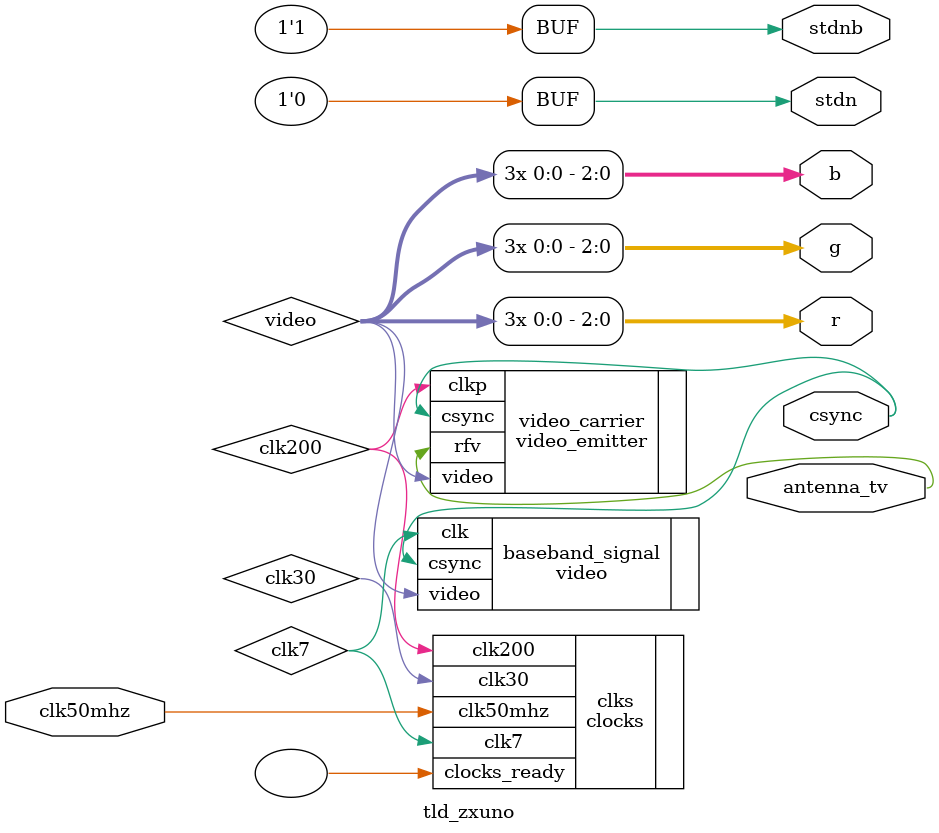
<source format=v>
/*
 * This file is part of "TV broadcasting demo using FPGA" project.
 * Copyright (c) 2018 Miguel Angel Rodriguez Jodar.
 * 
 * This program is free software: you can redistribute it and/or modify  
 * it under the terms of the GNU General Public License as published by  
 * the Free Software Foundation, version 3.
 *
 * This program is distributed in the hope that it will be useful, but 
 * WITHOUT ANY WARRANTY; without even the implied warranty of 
 * MERCHANTABILITY or FITNESS FOR A PARTICULAR PURPOSE. See the GNU 
 * General Public License for more details.
 *
 * You should have received a copy of the GNU General Public License 
 * along with this program. If not, see <http://www.gnu.org/licenses/>.
*/

`timescale 1ns / 1ps
`default_nettype none

module tld_zxuno (
  input wire clk50mhz,
  output wire [2:0] r,
  output wire [2:0] g,
  output wire [2:0] b,
  output wire csync,
  output wire stdn,
  output wire stdnb,
  output wire antenna_tv
  );
  
  wire clk200, clk30, clk7;
  wire video, audio;
  
  clocks clks (
    .clk50mhz(clk50mhz),  // cristal de la placa del ZXUNO
    .clk200(clk200),      // 200 MHz: frecuencia base para las portadoras de audio y video
    .clk30(clk30),        //  30 MHz: frecuencia para la RAM sincrona interna de la FPGA
    .clk7(clk7),          // 7.5 MHz: frecuencia para el generador de video y audio
    .clocks_ready()
  );
  
  // Instanciación de todo el generador de video y audio
  video baseband_signal (
    .clk(clk7),
    .video(video),
    .csync(csync)
  );
  
  // Enviamos video y sincronismos al emisor de video
  video_emitter video_carrier (
    .clkp(clk200),
    .video(video),
    .csync(csync),
    .rfv(antenna_tv)
  );
  
  // Usamos la salida de video del ZX-UNO para monitorizar el resultado
  assign r = {video, video, video};
  assign g = {video, video, video};
  assign b = {video, video, video};

  // Sólo si se usa la salida de video compuesto del ZX-UNO, para programar el AD724.  
  // No interviene para nada en la emisión por RF.
	assign stdn = 1'b0;  // fijar norma PAL. Sólo para salida monitor.
	assign stdnb = 1'b1; // y conectamos reloj PAL. Sólo para salida monitor.
endmodule

`default_nettype wire
</source>
